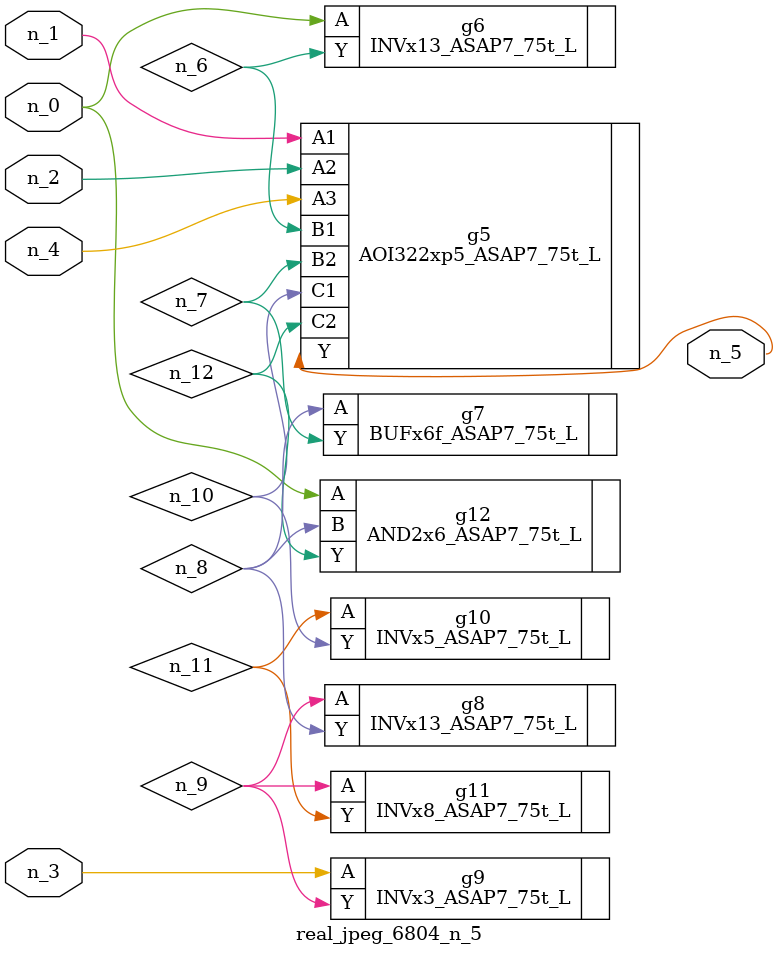
<source format=v>
module real_jpeg_6804_n_5 (n_4, n_0, n_1, n_2, n_3, n_5);

input n_4;
input n_0;
input n_1;
input n_2;
input n_3;

output n_5;

wire n_12;
wire n_8;
wire n_11;
wire n_6;
wire n_7;
wire n_10;
wire n_9;

INVx13_ASAP7_75t_L g6 ( 
.A(n_0),
.Y(n_6)
);

AND2x6_ASAP7_75t_L g12 ( 
.A(n_0),
.B(n_8),
.Y(n_12)
);

AOI322xp5_ASAP7_75t_L g5 ( 
.A1(n_1),
.A2(n_2),
.A3(n_4),
.B1(n_6),
.B2(n_7),
.C1(n_10),
.C2(n_12),
.Y(n_5)
);

INVx3_ASAP7_75t_L g9 ( 
.A(n_3),
.Y(n_9)
);

BUFx6f_ASAP7_75t_L g7 ( 
.A(n_8),
.Y(n_7)
);

INVx13_ASAP7_75t_L g8 ( 
.A(n_9),
.Y(n_8)
);

INVx8_ASAP7_75t_L g11 ( 
.A(n_9),
.Y(n_11)
);

INVx5_ASAP7_75t_L g10 ( 
.A(n_11),
.Y(n_10)
);


endmodule
</source>
